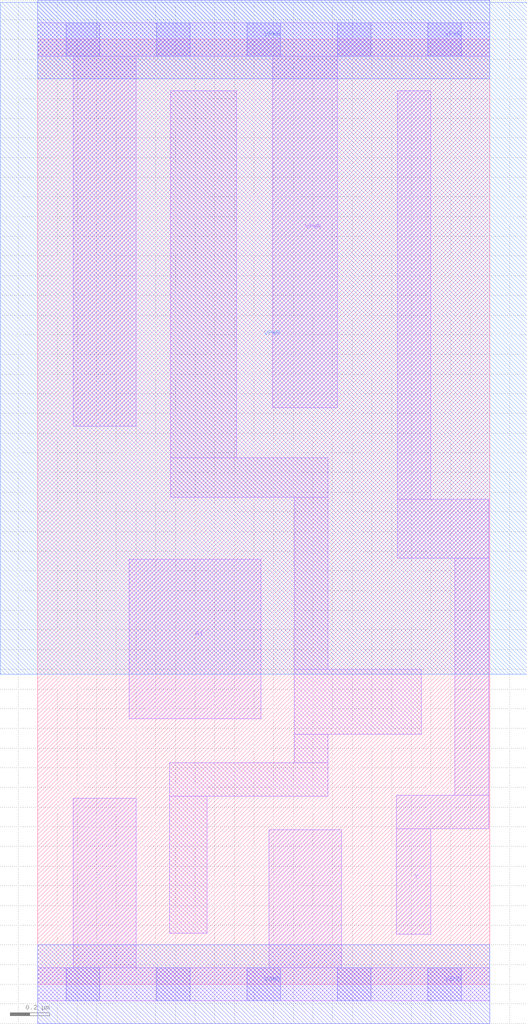
<source format=lef>
VERSION 5.7 ;
  NOWIREEXTENSIONATPIN ON ;
  DIVIDERCHAR "/" ;
  BUSBITCHARS "[]" ;
MACRO thesis_buff
  CLASS CORE ;
  FOREIGN thesis_buff ;
  ORIGIN 0.000 0.000 ;
  SIZE 2.300 BY 4.800 ;
  PIN A1
    DIRECTION INPUT ;
    USE SIGNAL ;
    ANTENNAGATEAREA 0.553500 ;
    PORT
      LAYER li1 ;
        RECT 0.465 1.350 1.135 2.160 ;
    END
  END A1
  PIN Y
    ANTENNADIFFAREA 1.512900 ;
    PORT
      LAYER li1 ;
        RECT 1.830 2.465 2.000 4.540 ;
        RECT 1.830 2.165 2.295 2.465 ;
        RECT 2.120 0.960 2.295 2.165 ;
        RECT 1.825 0.790 2.295 0.960 ;
        RECT 1.825 0.255 2.000 0.790 ;
    END
  END Y
  PIN VPWR
    USE POWER ;
    PORT
      LAYER nwell ;
        RECT -0.190 1.575 2.490 4.990 ;
      LAYER li1 ;
        RECT 0.000 4.715 2.300 4.885 ;
        RECT 0.180 2.835 0.500 4.715 ;
        RECT 1.195 2.930 1.525 4.715 ;
      LAYER mcon ;
        RECT 0.145 4.715 0.315 4.885 ;
        RECT 0.605 4.715 0.775 4.885 ;
        RECT 1.065 4.715 1.235 4.885 ;
        RECT 1.525 4.715 1.695 4.885 ;
        RECT 1.985 4.715 2.155 4.885 ;
      LAYER met1 ;
        RECT 0.000 4.600 2.300 5.000 ;
    END
  END VPWR
  PIN VGND
    USE GROUND ;
    PORT
      LAYER li1 ;
        RECT 0.180 0.085 0.500 0.945 ;
        RECT 1.175 0.085 1.545 0.785 ;
        RECT 0.000 -0.085 2.300 0.085 ;
      LAYER mcon ;
        RECT 0.145 -0.085 0.315 0.085 ;
        RECT 0.605 -0.085 0.775 0.085 ;
        RECT 1.065 -0.085 1.235 0.085 ;
        RECT 1.525 -0.085 1.695 0.085 ;
        RECT 1.985 -0.085 2.155 0.085 ;
      LAYER met1 ;
        RECT 0.000 -0.200 2.300 0.200 ;
    END
  END VGND
  OBS
      LAYER li1 ;
        RECT 0.675 2.675 1.010 4.540 ;
        RECT 0.675 2.475 1.475 2.675 ;
        RECT 1.305 1.600 1.475 2.475 ;
        RECT 1.305 1.270 1.950 1.600 ;
        RECT 1.305 1.125 1.475 1.270 ;
        RECT 0.670 0.955 1.475 1.125 ;
        RECT 0.670 0.260 0.860 0.955 ;
  END
END thesis_buff
END LIBRARY


</source>
